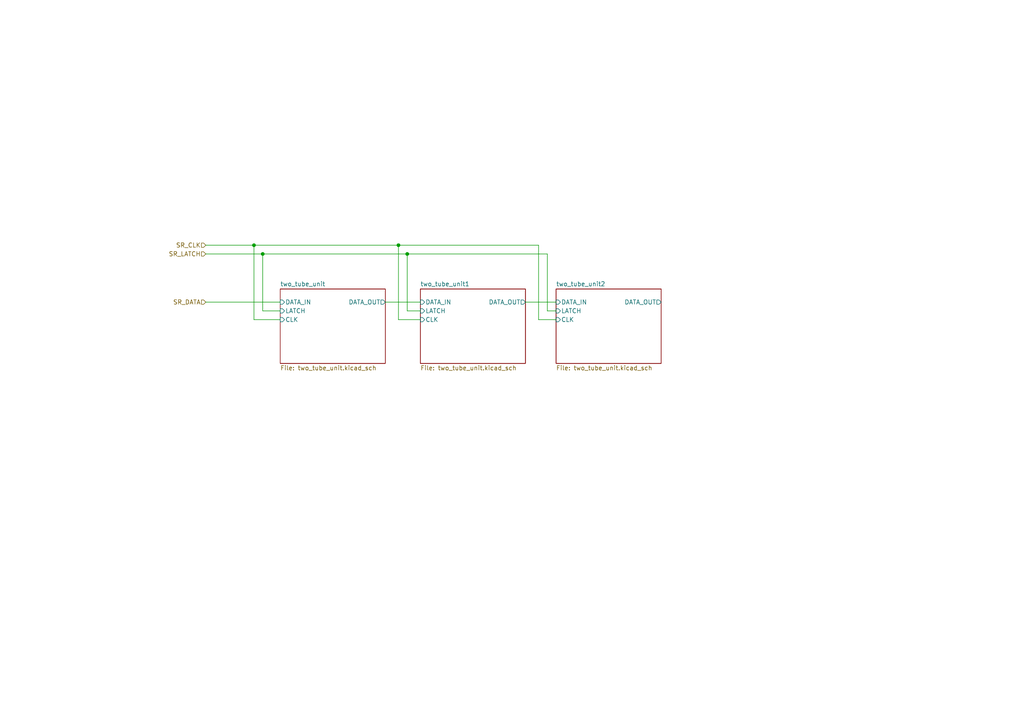
<source format=kicad_sch>
(kicad_sch (version 20230121) (generator eeschema)
  (paper "A4")
  (lib_symbols)
  (junction (at 118.11 73.66))
  (junction (at 115.57 71.12))
  (junction (at 76.2 73.66))
  (junction (at 73.66 71.12))
  (wire (pts (xy 118.11 90.17) (xy 121.92 90.17)))
  (wire (pts (xy 156.21 71.12) (xy 156.21 92.71)))
  (wire (pts (xy 158.75 73.66) (xy 158.75 90.17)))
  (wire (pts (xy 158.75 90.17) (xy 161.29 90.17)))
  (wire (pts (xy 73.66 71.12) (xy 115.57 71.12)))
  (wire (pts (xy 156.21 92.71) (xy 161.29 92.71)))
  (wire (pts (xy 59.69 73.66) (xy 76.2 73.66)))
  (wire (pts (xy 76.2 73.66) (xy 118.11 73.66)))
  (wire (pts (xy 73.66 92.71) (xy 81.28 92.71)))
  (wire (pts (xy 115.57 71.12) (xy 156.21 71.12)))
  (wire (pts (xy 115.57 92.71) (xy 121.92 92.71)))
  (wire (pts (xy 73.66 71.12) (xy 73.66 92.71)))
  (wire (pts (xy 76.2 73.66) (xy 76.2 90.17)))
  (wire (pts (xy 76.2 90.17) (xy 81.28 90.17)))
  (wire (pts (xy 118.11 73.66) (xy 118.11 90.17)))
  (wire (pts (xy 152.4 87.63) (xy 161.29 87.63)))
  (wire (pts (xy 118.11 73.66) (xy 158.75 73.66)))
  (wire (pts (xy 111.76 87.63) (xy 121.92 87.63)))
  (wire (pts (xy 59.69 71.12) (xy 73.66 71.12)))
  (wire (pts (xy 59.69 87.63) (xy 81.28 87.63)))
  (wire (pts (xy 115.57 71.12) (xy 115.57 92.71)))
  (hierarchical_label "SR_CLK" (shape input) (at 59.69 71.12 180))
  (hierarchical_label "SR_DATA" (shape input) (at 59.69 87.63 180))
  (hierarchical_label "SR_LATCH" (shape input) (at 59.69 73.66 180))
  (sheet (at 81.28 83.82) (size 30.48 21.59) (stroke (width 0.1524))
    (property "Sheetname" "two_tube_unit" (at 81.28 83.1084 0) (effects (justify left bottom)))
    (property "Sheetfile" "two_tube_unit.kicad_sch" (at 81.28 105.9946 0) (effects (justify left top)))
    (pin "DATA_IN" input (at 81.28 87.63 180))
    (pin "LATCH" input (at 81.28 90.17 180))
    (pin "DATA_OUT" output (at 111.76 87.63 0))
    (pin "CLK" input (at 81.28 92.71 180))
  )
  (sheet (at 121.92 83.82) (size 30.48 21.59) (stroke (width 0.1524))
    (property "Sheetname" "two_tube_unit1" (at 121.92 83.1084 0) (effects (justify left bottom)))
    (property "Sheetfile" "two_tube_unit.kicad_sch" (at 121.92 105.9946 0) (effects (justify left top)))
    (pin "DATA_IN" input (at 121.92 87.63 180))
    (pin "LATCH" input (at 121.92 90.17 180))
    (pin "DATA_OUT" output (at 152.4 87.63 0))
    (pin "CLK" input (at 121.92 92.71 180))
  )
  (sheet (at 161.29 83.82) (size 30.48 21.59) (stroke (width 0.1524))
    (property "Sheetname" "two_tube_unit2" (at 161.29 83.1084 0) (effects (justify left bottom)))
    (property "Sheetfile" "two_tube_unit.kicad_sch" (at 161.29 105.9946 0) (effects (justify left top)))
    (pin "DATA_IN" input (at 161.29 87.63 180))
    (pin "LATCH" input (at 161.29 90.17 180))
    (pin "DATA_OUT" output (at 191.77 87.63 0))
    (pin "CLK" input (at 161.29 92.71 180))
  )
)
</source>
